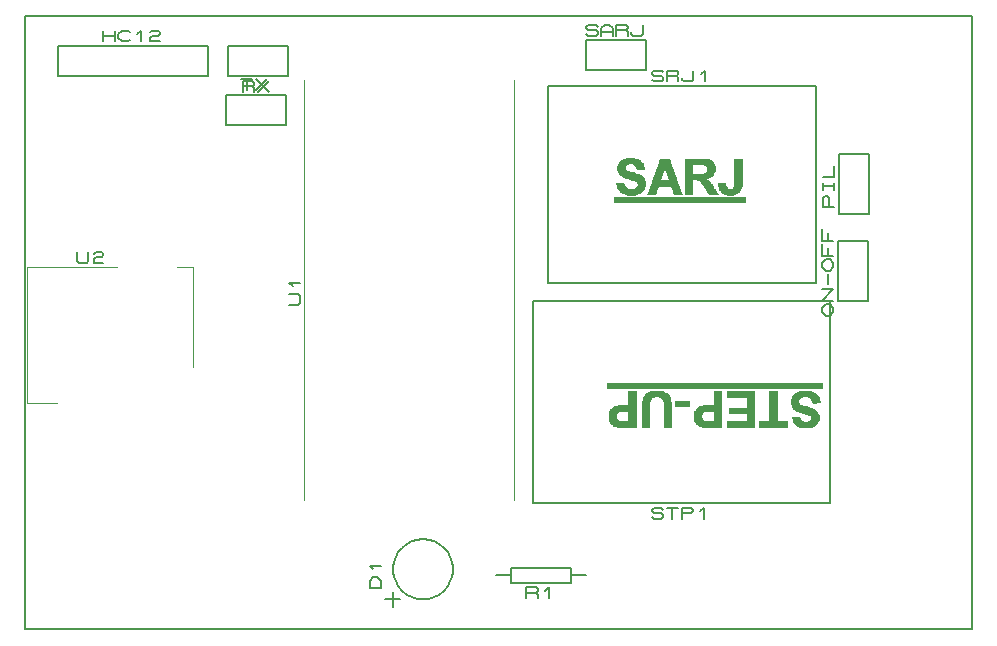
<source format=gbr>
G04 PROTEUS GERBER X2 FILE*
%TF.GenerationSoftware,Labcenter,Proteus,8.9-SP0-Build27865*%
%TF.CreationDate,2021-05-25T10:57:55+00:00*%
%TF.FileFunction,Legend,Top*%
%TF.FilePolarity,Positive*%
%TF.Part,Single*%
%TF.SameCoordinates,{e29b0117-a318-4933-b090-4e5cc44ef503}*%
%FSLAX45Y45*%
%MOMM*%
G01*
%TA.AperFunction,Profile*%
%ADD17C,0.203200*%
%TA.AperFunction,Material*%
%ADD70C,0.100000*%
%ADD71C,0.203200*%
%ADD20C,0.063500*%
%TD.AperFunction*%
D17*
X-4200000Y+4070000D02*
X+3820000Y+4070000D01*
X+3820000Y+9260000D01*
X-4200000Y+9260000D01*
X-4200000Y+4070000D01*
D70*
X-1837000Y+8720000D02*
X-1837000Y+5164000D01*
X-59000Y+5164000D02*
X-59000Y+8720000D01*
D71*
X-1963920Y+6815000D02*
X-1887720Y+6815000D01*
X-1872480Y+6830875D01*
X-1872480Y+6894375D01*
X-1887720Y+6910250D01*
X-1963920Y+6910250D01*
X-1933440Y+6973750D02*
X-1963920Y+7005500D01*
X-1872480Y+7005500D01*
D70*
X-3418000Y+7140000D02*
X-4180000Y+7140000D01*
X-4180000Y+5990000D01*
X-3926000Y+5990000D01*
X-2780000Y+6290000D02*
X-2780000Y+7140000D01*
X-2910000Y+7140000D01*
D71*
X-3758000Y+7266920D02*
X-3758000Y+7190720D01*
X-3742125Y+7175480D01*
X-3678625Y+7175480D01*
X-3662750Y+7190720D01*
X-3662750Y+7266920D01*
X-3615125Y+7251680D02*
X-3599250Y+7266920D01*
X-3551625Y+7266920D01*
X-3535750Y+7251680D01*
X-3535750Y+7236440D01*
X-3551625Y+7221200D01*
X-3599250Y+7221200D01*
X-3615125Y+7205960D01*
X-3615125Y+7175480D01*
X-3535750Y+7175480D01*
X-3917000Y+8753000D02*
X-2647000Y+8753000D01*
X-2647000Y+9007000D01*
X-3917000Y+9007000D01*
X-3917000Y+8753000D01*
X-3536000Y+9047640D02*
X-3536000Y+9139080D01*
X-3440750Y+9139080D02*
X-3440750Y+9047640D01*
X-3536000Y+9093360D02*
X-3440750Y+9093360D01*
X-3313750Y+9062880D02*
X-3329625Y+9047640D01*
X-3377250Y+9047640D01*
X-3409000Y+9078120D01*
X-3409000Y+9108600D01*
X-3377250Y+9139080D01*
X-3329625Y+9139080D01*
X-3313750Y+9123840D01*
X-3250250Y+9108600D02*
X-3218500Y+9139080D01*
X-3218500Y+9047640D01*
X-3139125Y+9123840D02*
X-3123250Y+9139080D01*
X-3075625Y+9139080D01*
X-3059750Y+9123840D01*
X-3059750Y+9108600D01*
X-3075625Y+9093360D01*
X-3123250Y+9093360D01*
X-3139125Y+9078120D01*
X-3139125Y+9047640D01*
X-3059750Y+9047640D01*
X-2481000Y+8753000D02*
X-1973000Y+8753000D01*
X-1973000Y+9007000D01*
X-2481000Y+9007000D01*
X-2481000Y+8753000D01*
X-2354000Y+8620920D02*
X-2354000Y+8712360D01*
X-2274625Y+8712360D01*
X-2258750Y+8697120D01*
X-2258750Y+8681880D01*
X-2274625Y+8666640D01*
X-2354000Y+8666640D01*
X-2274625Y+8666640D02*
X-2258750Y+8651400D01*
X-2258750Y+8620920D01*
X-2227000Y+8712360D02*
X-2131750Y+8620920D01*
X-2227000Y+8620920D02*
X-2131750Y+8712360D01*
X-2497000Y+8343000D02*
X-1989000Y+8343000D01*
X-1989000Y+8597000D01*
X-2497000Y+8597000D01*
X-2497000Y+8343000D01*
X-2370000Y+8729080D02*
X-2274750Y+8729080D01*
X-2322375Y+8729080D02*
X-2322375Y+8637640D01*
X-2243000Y+8729080D02*
X-2147750Y+8637640D01*
X-2243000Y+8637640D02*
X-2147750Y+8729080D01*
X+230000Y+7000000D02*
X+2500000Y+7000000D01*
X+2500000Y+8670000D01*
X+230000Y+8670000D01*
X+230000Y+7000000D01*
D20*
X+790000Y+7690420D02*
X+1897440Y+7690420D01*
X+790000Y+7695500D02*
X+1897440Y+7695500D01*
X+790000Y+7700580D02*
X+1897440Y+7700580D01*
X+790000Y+7705660D02*
X+1897440Y+7705660D01*
X+790000Y+7710740D02*
X+1897440Y+7710740D01*
X+790000Y+7715820D02*
X+1897440Y+7715820D01*
X+790000Y+7720900D02*
X+1897440Y+7720900D01*
X+790000Y+7725980D02*
X+1897440Y+7725980D01*
X+790000Y+7731060D02*
X+1897440Y+7731060D01*
X+896680Y+7751380D02*
X+962720Y+7751380D01*
X+1739960Y+7751380D02*
X+1790760Y+7751380D01*
X+876360Y+7756460D02*
X+983040Y+7756460D01*
X+1069400Y+7756460D02*
X+1135440Y+7756460D01*
X+1292920Y+7756460D02*
X+1358960Y+7756460D01*
X+1389440Y+7756460D02*
X+1450400Y+7756460D01*
X+1592640Y+7756460D02*
X+1663760Y+7756460D01*
X+1719640Y+7756460D02*
X+1811080Y+7756460D01*
X+861120Y+7761540D02*
X+998280Y+7761540D01*
X+1074480Y+7761540D02*
X+1135440Y+7761540D01*
X+1292920Y+7761540D02*
X+1353880Y+7761540D01*
X+1389440Y+7761540D02*
X+1450400Y+7761540D01*
X+1587560Y+7761540D02*
X+1658680Y+7761540D01*
X+1709480Y+7761540D02*
X+1821240Y+7761540D01*
X+850960Y+7766620D02*
X+1008440Y+7766620D01*
X+1074480Y+7766620D02*
X+1140520Y+7766620D01*
X+1287840Y+7766620D02*
X+1353880Y+7766620D01*
X+1389440Y+7766620D02*
X+1450400Y+7766620D01*
X+1582480Y+7766620D02*
X+1653600Y+7766620D01*
X+1704400Y+7766620D02*
X+1831400Y+7766620D01*
X+845880Y+7771700D02*
X+1013520Y+7771700D01*
X+1074480Y+7771700D02*
X+1140520Y+7771700D01*
X+1287840Y+7771700D02*
X+1353880Y+7771700D01*
X+1389440Y+7771700D02*
X+1450400Y+7771700D01*
X+1582480Y+7771700D02*
X+1653600Y+7771700D01*
X+1694240Y+7771700D02*
X+1836480Y+7771700D01*
X+840800Y+7776780D02*
X+1018600Y+7776780D01*
X+1079560Y+7776780D02*
X+1140520Y+7776780D01*
X+1287840Y+7776780D02*
X+1348800Y+7776780D01*
X+1389440Y+7776780D02*
X+1450400Y+7776780D01*
X+1577400Y+7776780D02*
X+1648520Y+7776780D01*
X+1694240Y+7776780D02*
X+1841560Y+7776780D01*
X+835720Y+7781860D02*
X+1023680Y+7781860D01*
X+1079560Y+7781860D02*
X+1145600Y+7781860D01*
X+1282760Y+7781860D02*
X+1348800Y+7781860D01*
X+1389440Y+7781860D02*
X+1450400Y+7781860D01*
X+1572320Y+7781860D02*
X+1648520Y+7781860D01*
X+1689160Y+7781860D02*
X+1846640Y+7781860D01*
X+830640Y+7786940D02*
X+1028760Y+7786940D01*
X+1079560Y+7786940D02*
X+1145600Y+7786940D01*
X+1282760Y+7786940D02*
X+1348800Y+7786940D01*
X+1389440Y+7786940D02*
X+1450400Y+7786940D01*
X+1572320Y+7786940D02*
X+1643440Y+7786940D01*
X+1684080Y+7786940D02*
X+1851720Y+7786940D01*
X+825560Y+7792020D02*
X+1033840Y+7792020D01*
X+1084640Y+7792020D02*
X+1145600Y+7792020D01*
X+1282760Y+7792020D02*
X+1343720Y+7792020D01*
X+1389440Y+7792020D02*
X+1450400Y+7792020D01*
X+1567240Y+7792020D02*
X+1638360Y+7792020D01*
X+1679000Y+7792020D02*
X+1851720Y+7792020D01*
X+820480Y+7797100D02*
X+1038920Y+7797100D01*
X+1084640Y+7797100D02*
X+1150680Y+7797100D01*
X+1277680Y+7797100D02*
X+1343720Y+7797100D01*
X+1389440Y+7797100D02*
X+1450400Y+7797100D01*
X+1567240Y+7797100D02*
X+1638360Y+7797100D01*
X+1679000Y+7797100D02*
X+1856800Y+7797100D01*
X+820480Y+7802180D02*
X+906840Y+7802180D01*
X+952560Y+7802180D02*
X+1038920Y+7802180D01*
X+1084640Y+7802180D02*
X+1150680Y+7802180D01*
X+1277680Y+7802180D02*
X+1343720Y+7802180D01*
X+1389440Y+7802180D02*
X+1450400Y+7802180D01*
X+1562160Y+7802180D02*
X+1633280Y+7802180D01*
X+1679000Y+7802180D02*
X+1755200Y+7802180D01*
X+1785680Y+7802180D02*
X+1856800Y+7802180D01*
X+815400Y+7807260D02*
X+896680Y+7807260D01*
X+967800Y+7807260D02*
X+1044000Y+7807260D01*
X+1089720Y+7807260D02*
X+1150680Y+7807260D01*
X+1277680Y+7807260D02*
X+1338640Y+7807260D01*
X+1389440Y+7807260D02*
X+1450400Y+7807260D01*
X+1557080Y+7807260D02*
X+1628200Y+7807260D01*
X+1673920Y+7807260D02*
X+1745040Y+7807260D01*
X+1795840Y+7807260D02*
X+1861880Y+7807260D01*
X+815400Y+7812340D02*
X+886520Y+7812340D01*
X+972880Y+7812340D02*
X+1044000Y+7812340D01*
X+1089720Y+7812340D02*
X+1155760Y+7812340D01*
X+1272600Y+7812340D02*
X+1338640Y+7812340D01*
X+1389440Y+7812340D02*
X+1450400Y+7812340D01*
X+1557080Y+7812340D02*
X+1628200Y+7812340D01*
X+1673920Y+7812340D02*
X+1739960Y+7812340D01*
X+1795840Y+7812340D02*
X+1861880Y+7812340D01*
X+810320Y+7817420D02*
X+881440Y+7817420D01*
X+977960Y+7817420D02*
X+1044000Y+7817420D01*
X+1089720Y+7817420D02*
X+1155760Y+7817420D01*
X+1272600Y+7817420D02*
X+1333560Y+7817420D01*
X+1389440Y+7817420D02*
X+1450400Y+7817420D01*
X+1552000Y+7817420D02*
X+1623120Y+7817420D01*
X+1673920Y+7817420D02*
X+1734880Y+7817420D01*
X+1800920Y+7817420D02*
X+1861880Y+7817420D01*
X+810320Y+7822500D02*
X+876360Y+7822500D01*
X+983040Y+7822500D02*
X+1049080Y+7822500D01*
X+1094800Y+7822500D02*
X+1155760Y+7822500D01*
X+1272600Y+7822500D02*
X+1333560Y+7822500D01*
X+1389440Y+7822500D02*
X+1450400Y+7822500D01*
X+1546920Y+7822500D02*
X+1623120Y+7822500D01*
X+1668840Y+7822500D02*
X+1734880Y+7822500D01*
X+1800920Y+7822500D02*
X+1861880Y+7822500D01*
X+810320Y+7827580D02*
X+876360Y+7827580D01*
X+988120Y+7827580D02*
X+1049080Y+7827580D01*
X+1094800Y+7827580D02*
X+1333560Y+7827580D01*
X+1389440Y+7827580D02*
X+1450400Y+7827580D01*
X+1546920Y+7827580D02*
X+1618040Y+7827580D01*
X+1668840Y+7827580D02*
X+1734880Y+7827580D01*
X+1806000Y+7827580D02*
X+1866960Y+7827580D01*
X+810320Y+7832660D02*
X+871280Y+7832660D01*
X+988120Y+7832660D02*
X+1049080Y+7832660D01*
X+1099880Y+7832660D02*
X+1328480Y+7832660D01*
X+1389440Y+7832660D02*
X+1450400Y+7832660D01*
X+1541840Y+7832660D02*
X+1612960Y+7832660D01*
X+1668840Y+7832660D02*
X+1729800Y+7832660D01*
X+1806000Y+7832660D02*
X+1866960Y+7832660D01*
X+805240Y+7837740D02*
X+871280Y+7837740D01*
X+988120Y+7837740D02*
X+1049080Y+7837740D01*
X+1099880Y+7837740D02*
X+1328480Y+7837740D01*
X+1389440Y+7837740D02*
X+1450400Y+7837740D01*
X+1536760Y+7837740D02*
X+1612960Y+7837740D01*
X+1668840Y+7837740D02*
X+1729800Y+7837740D01*
X+1806000Y+7837740D02*
X+1866960Y+7837740D01*
X+805240Y+7842820D02*
X+871280Y+7842820D01*
X+988120Y+7842820D02*
X+1049080Y+7842820D01*
X+1099880Y+7842820D02*
X+1328480Y+7842820D01*
X+1389440Y+7842820D02*
X+1450400Y+7842820D01*
X+1531680Y+7842820D02*
X+1607880Y+7842820D01*
X+1668840Y+7842820D02*
X+1729800Y+7842820D01*
X+1806000Y+7842820D02*
X+1866960Y+7842820D01*
X+805240Y+7847900D02*
X+866200Y+7847900D01*
X+988120Y+7847900D02*
X+1049080Y+7847900D01*
X+1104960Y+7847900D02*
X+1323400Y+7847900D01*
X+1389440Y+7847900D02*
X+1450400Y+7847900D01*
X+1531680Y+7847900D02*
X+1602800Y+7847900D01*
X+1668840Y+7847900D02*
X+1729800Y+7847900D01*
X+1806000Y+7847900D02*
X+1866960Y+7847900D01*
X+835720Y+7852980D02*
X+866200Y+7852980D01*
X+983040Y+7852980D02*
X+1049080Y+7852980D01*
X+1104960Y+7852980D02*
X+1323400Y+7852980D01*
X+1389440Y+7852980D02*
X+1450400Y+7852980D01*
X+1526600Y+7852980D02*
X+1602800Y+7852980D01*
X+1699320Y+7852980D02*
X+1729800Y+7852980D01*
X+1806000Y+7852980D02*
X+1866960Y+7852980D01*
X+983040Y+7858060D02*
X+1049080Y+7858060D01*
X+1104960Y+7858060D02*
X+1323400Y+7858060D01*
X+1389440Y+7858060D02*
X+1450400Y+7858060D01*
X+1521520Y+7858060D02*
X+1597720Y+7858060D01*
X+1806000Y+7858060D02*
X+1866960Y+7858060D01*
X+977960Y+7863140D02*
X+1049080Y+7863140D01*
X+1110040Y+7863140D02*
X+1318320Y+7863140D01*
X+1389440Y+7863140D02*
X+1450400Y+7863140D01*
X+1516440Y+7863140D02*
X+1592640Y+7863140D01*
X+1806000Y+7863140D02*
X+1866960Y+7863140D01*
X+967800Y+7868220D02*
X+1044000Y+7868220D01*
X+1110040Y+7868220D02*
X+1318320Y+7868220D01*
X+1389440Y+7868220D02*
X+1450400Y+7868220D01*
X+1511360Y+7868220D02*
X+1587560Y+7868220D01*
X+1806000Y+7868220D02*
X+1866960Y+7868220D01*
X+952560Y+7873300D02*
X+1044000Y+7873300D01*
X+1110040Y+7873300D02*
X+1313240Y+7873300D01*
X+1389440Y+7873300D02*
X+1450400Y+7873300D01*
X+1506280Y+7873300D02*
X+1582480Y+7873300D01*
X+1806000Y+7873300D02*
X+1866960Y+7873300D01*
X+932240Y+7878380D02*
X+1044000Y+7878380D01*
X+1115120Y+7878380D02*
X+1176080Y+7878380D01*
X+1252280Y+7878380D02*
X+1313240Y+7878380D01*
X+1389440Y+7878380D02*
X+1450400Y+7878380D01*
X+1491040Y+7878380D02*
X+1577400Y+7878380D01*
X+1806000Y+7878380D02*
X+1866960Y+7878380D01*
X+917000Y+7883460D02*
X+1038920Y+7883460D01*
X+1115120Y+7883460D02*
X+1176080Y+7883460D01*
X+1252280Y+7883460D02*
X+1313240Y+7883460D01*
X+1389440Y+7883460D02*
X+1567240Y+7883460D01*
X+1806000Y+7883460D02*
X+1866960Y+7883460D01*
X+896680Y+7888540D02*
X+1038920Y+7888540D01*
X+1120200Y+7888540D02*
X+1181160Y+7888540D01*
X+1247200Y+7888540D02*
X+1308160Y+7888540D01*
X+1389440Y+7888540D02*
X+1562160Y+7888540D01*
X+1806000Y+7888540D02*
X+1866960Y+7888540D01*
X+881440Y+7893620D02*
X+1033840Y+7893620D01*
X+1120200Y+7893620D02*
X+1181160Y+7893620D01*
X+1247200Y+7893620D02*
X+1308160Y+7893620D01*
X+1389440Y+7893620D02*
X+1582480Y+7893620D01*
X+1806000Y+7893620D02*
X+1866960Y+7893620D01*
X+871280Y+7898700D02*
X+1028760Y+7898700D01*
X+1120200Y+7898700D02*
X+1186240Y+7898700D01*
X+1247200Y+7898700D02*
X+1308160Y+7898700D01*
X+1389440Y+7898700D02*
X+1597720Y+7898700D01*
X+1806000Y+7898700D02*
X+1866960Y+7898700D01*
X+861120Y+7903780D02*
X+1028760Y+7903780D01*
X+1125280Y+7903780D02*
X+1186240Y+7903780D01*
X+1242120Y+7903780D02*
X+1303080Y+7903780D01*
X+1389440Y+7903780D02*
X+1602800Y+7903780D01*
X+1806000Y+7903780D02*
X+1866960Y+7903780D01*
X+850960Y+7908860D02*
X+1023680Y+7908860D01*
X+1125280Y+7908860D02*
X+1186240Y+7908860D01*
X+1242120Y+7908860D02*
X+1303080Y+7908860D01*
X+1389440Y+7908860D02*
X+1612960Y+7908860D01*
X+1806000Y+7908860D02*
X+1866960Y+7908860D01*
X+845880Y+7913940D02*
X+1013520Y+7913940D01*
X+1125280Y+7913940D02*
X+1191320Y+7913940D01*
X+1242120Y+7913940D02*
X+1303080Y+7913940D01*
X+1389440Y+7913940D02*
X+1618040Y+7913940D01*
X+1806000Y+7913940D02*
X+1866960Y+7913940D01*
X+840800Y+7919020D02*
X+1008440Y+7919020D01*
X+1130360Y+7919020D02*
X+1191320Y+7919020D01*
X+1237040Y+7919020D02*
X+1298000Y+7919020D01*
X+1389440Y+7919020D02*
X+1623120Y+7919020D01*
X+1806000Y+7919020D02*
X+1866960Y+7919020D01*
X+835720Y+7924100D02*
X+998280Y+7924100D01*
X+1130360Y+7924100D02*
X+1191320Y+7924100D01*
X+1237040Y+7924100D02*
X+1298000Y+7924100D01*
X+1389440Y+7924100D02*
X+1623120Y+7924100D01*
X+1806000Y+7924100D02*
X+1866960Y+7924100D01*
X+830640Y+7929180D02*
X+983040Y+7929180D01*
X+1130360Y+7929180D02*
X+1196400Y+7929180D01*
X+1231960Y+7929180D02*
X+1298000Y+7929180D01*
X+1389440Y+7929180D02*
X+1628200Y+7929180D01*
X+1806000Y+7929180D02*
X+1866960Y+7929180D01*
X+825560Y+7934260D02*
X+967800Y+7934260D01*
X+1135440Y+7934260D02*
X+1196400Y+7934260D01*
X+1231960Y+7934260D02*
X+1292920Y+7934260D01*
X+1389440Y+7934260D02*
X+1450400Y+7934260D01*
X+1546920Y+7934260D02*
X+1628200Y+7934260D01*
X+1806000Y+7934260D02*
X+1866960Y+7934260D01*
X+825560Y+7939340D02*
X+952560Y+7939340D01*
X+1135440Y+7939340D02*
X+1196400Y+7939340D01*
X+1231960Y+7939340D02*
X+1292920Y+7939340D01*
X+1389440Y+7939340D02*
X+1450400Y+7939340D01*
X+1562160Y+7939340D02*
X+1633280Y+7939340D01*
X+1806000Y+7939340D02*
X+1866960Y+7939340D01*
X+820480Y+7944420D02*
X+932240Y+7944420D01*
X+1135440Y+7944420D02*
X+1201480Y+7944420D01*
X+1226880Y+7944420D02*
X+1287840Y+7944420D01*
X+1389440Y+7944420D02*
X+1450400Y+7944420D01*
X+1567240Y+7944420D02*
X+1633280Y+7944420D01*
X+1806000Y+7944420D02*
X+1866960Y+7944420D01*
X+820480Y+7949500D02*
X+911920Y+7949500D01*
X+1140520Y+7949500D02*
X+1201480Y+7949500D01*
X+1226880Y+7949500D02*
X+1287840Y+7949500D01*
X+1389440Y+7949500D02*
X+1450400Y+7949500D01*
X+1572320Y+7949500D02*
X+1633280Y+7949500D01*
X+1806000Y+7949500D02*
X+1866960Y+7949500D01*
X+820480Y+7954580D02*
X+901760Y+7954580D01*
X+1140520Y+7954580D02*
X+1201480Y+7954580D01*
X+1226880Y+7954580D02*
X+1287840Y+7954580D01*
X+1389440Y+7954580D02*
X+1450400Y+7954580D01*
X+1572320Y+7954580D02*
X+1638360Y+7954580D01*
X+1806000Y+7954580D02*
X+1866960Y+7954580D01*
X+815400Y+7959660D02*
X+891600Y+7959660D01*
X+1145600Y+7959660D02*
X+1206560Y+7959660D01*
X+1221800Y+7959660D02*
X+1282760Y+7959660D01*
X+1389440Y+7959660D02*
X+1450400Y+7959660D01*
X+1577400Y+7959660D02*
X+1638360Y+7959660D01*
X+1806000Y+7959660D02*
X+1866960Y+7959660D01*
X+815400Y+7964740D02*
X+881440Y+7964740D01*
X+1145600Y+7964740D02*
X+1206560Y+7964740D01*
X+1221800Y+7964740D02*
X+1282760Y+7964740D01*
X+1389440Y+7964740D02*
X+1450400Y+7964740D01*
X+1577400Y+7964740D02*
X+1638360Y+7964740D01*
X+1806000Y+7964740D02*
X+1866960Y+7964740D01*
X+815400Y+7969820D02*
X+881440Y+7969820D01*
X+977960Y+7969820D02*
X+1038920Y+7969820D01*
X+1145600Y+7969820D02*
X+1206560Y+7969820D01*
X+1221800Y+7969820D02*
X+1282760Y+7969820D01*
X+1389440Y+7969820D02*
X+1450400Y+7969820D01*
X+1577400Y+7969820D02*
X+1638360Y+7969820D01*
X+1806000Y+7969820D02*
X+1866960Y+7969820D01*
X+815400Y+7974900D02*
X+876360Y+7974900D01*
X+977960Y+7974900D02*
X+1038920Y+7974900D01*
X+1150680Y+7974900D02*
X+1211640Y+7974900D01*
X+1216720Y+7974900D02*
X+1277680Y+7974900D01*
X+1389440Y+7974900D02*
X+1450400Y+7974900D01*
X+1577400Y+7974900D02*
X+1638360Y+7974900D01*
X+1806000Y+7974900D02*
X+1866960Y+7974900D01*
X+815400Y+7979980D02*
X+876360Y+7979980D01*
X+972880Y+7979980D02*
X+1038920Y+7979980D01*
X+1150680Y+7979980D02*
X+1211640Y+7979980D01*
X+1216720Y+7979980D02*
X+1277680Y+7979980D01*
X+1389440Y+7979980D02*
X+1450400Y+7979980D01*
X+1577400Y+7979980D02*
X+1638360Y+7979980D01*
X+1806000Y+7979980D02*
X+1866960Y+7979980D01*
X+815400Y+7985060D02*
X+876360Y+7985060D01*
X+972880Y+7985060D02*
X+1038920Y+7985060D01*
X+1150680Y+7985060D02*
X+1211640Y+7985060D01*
X+1216720Y+7985060D02*
X+1277680Y+7985060D01*
X+1389440Y+7985060D02*
X+1450400Y+7985060D01*
X+1577400Y+7985060D02*
X+1638360Y+7985060D01*
X+1806000Y+7985060D02*
X+1866960Y+7985060D01*
X+815400Y+7990140D02*
X+876360Y+7990140D01*
X+972880Y+7990140D02*
X+1033840Y+7990140D01*
X+1155760Y+7990140D02*
X+1272600Y+7990140D01*
X+1389440Y+7990140D02*
X+1450400Y+7990140D01*
X+1572320Y+7990140D02*
X+1638360Y+7990140D01*
X+1806000Y+7990140D02*
X+1866960Y+7990140D01*
X+815400Y+7995220D02*
X+881440Y+7995220D01*
X+967800Y+7995220D02*
X+1033840Y+7995220D01*
X+1155760Y+7995220D02*
X+1272600Y+7995220D01*
X+1389440Y+7995220D02*
X+1450400Y+7995220D01*
X+1567240Y+7995220D02*
X+1638360Y+7995220D01*
X+1806000Y+7995220D02*
X+1866960Y+7995220D01*
X+820480Y+8000300D02*
X+886520Y+8000300D01*
X+962720Y+8000300D02*
X+1033840Y+8000300D01*
X+1155760Y+8000300D02*
X+1267520Y+8000300D01*
X+1389440Y+8000300D02*
X+1450400Y+8000300D01*
X+1562160Y+8000300D02*
X+1633280Y+8000300D01*
X+1806000Y+8000300D02*
X+1866960Y+8000300D01*
X+820480Y+8005380D02*
X+891600Y+8005380D01*
X+957640Y+8005380D02*
X+1033840Y+8005380D01*
X+1160840Y+8005380D02*
X+1267520Y+8005380D01*
X+1389440Y+8005380D02*
X+1450400Y+8005380D01*
X+1552000Y+8005380D02*
X+1633280Y+8005380D01*
X+1806000Y+8005380D02*
X+1866960Y+8005380D01*
X+820480Y+8010460D02*
X+901760Y+8010460D01*
X+947480Y+8010460D02*
X+1028760Y+8010460D01*
X+1160840Y+8010460D02*
X+1267520Y+8010460D01*
X+1389440Y+8010460D02*
X+1633280Y+8010460D01*
X+1806000Y+8010460D02*
X+1866960Y+8010460D01*
X+825560Y+8015540D02*
X+1028760Y+8015540D01*
X+1165920Y+8015540D02*
X+1262440Y+8015540D01*
X+1389440Y+8015540D02*
X+1628200Y+8015540D01*
X+1806000Y+8015540D02*
X+1866960Y+8015540D01*
X+825560Y+8020620D02*
X+1023680Y+8020620D01*
X+1165920Y+8020620D02*
X+1262440Y+8020620D01*
X+1389440Y+8020620D02*
X+1623120Y+8020620D01*
X+1806000Y+8020620D02*
X+1866960Y+8020620D01*
X+830640Y+8025700D02*
X+1018600Y+8025700D01*
X+1165920Y+8025700D02*
X+1262440Y+8025700D01*
X+1389440Y+8025700D02*
X+1623120Y+8025700D01*
X+1806000Y+8025700D02*
X+1866960Y+8025700D01*
X+835720Y+8030780D02*
X+1013520Y+8030780D01*
X+1171000Y+8030780D02*
X+1257360Y+8030780D01*
X+1389440Y+8030780D02*
X+1618040Y+8030780D01*
X+1806000Y+8030780D02*
X+1866960Y+8030780D01*
X+840800Y+8035860D02*
X+1008440Y+8035860D01*
X+1171000Y+8035860D02*
X+1257360Y+8035860D01*
X+1389440Y+8035860D02*
X+1612960Y+8035860D01*
X+1806000Y+8035860D02*
X+1866960Y+8035860D01*
X+845880Y+8040940D02*
X+1003360Y+8040940D01*
X+1171000Y+8040940D02*
X+1257360Y+8040940D01*
X+1389440Y+8040940D02*
X+1607880Y+8040940D01*
X+1806000Y+8040940D02*
X+1866960Y+8040940D01*
X+850960Y+8046020D02*
X+998280Y+8046020D01*
X+1176080Y+8046020D02*
X+1252280Y+8046020D01*
X+1389440Y+8046020D02*
X+1597720Y+8046020D01*
X+1806000Y+8046020D02*
X+1866960Y+8046020D01*
X+861120Y+8051100D02*
X+988120Y+8051100D01*
X+1176080Y+8051100D02*
X+1252280Y+8051100D01*
X+1389440Y+8051100D02*
X+1587560Y+8051100D01*
X+1806000Y+8051100D02*
X+1866960Y+8051100D01*
X+871280Y+8056180D02*
X+977960Y+8056180D01*
X+1176080Y+8056180D02*
X+1247200Y+8056180D01*
X+1389440Y+8056180D02*
X+1562160Y+8056180D01*
X+1806000Y+8056180D02*
X+1866960Y+8056180D01*
X+891600Y+8061260D02*
X+957640Y+8061260D01*
D71*
X+1111000Y+8725880D02*
X+1126875Y+8710640D01*
X+1190375Y+8710640D01*
X+1206250Y+8725880D01*
X+1206250Y+8741120D01*
X+1190375Y+8756360D01*
X+1126875Y+8756360D01*
X+1111000Y+8771600D01*
X+1111000Y+8786840D01*
X+1126875Y+8802080D01*
X+1190375Y+8802080D01*
X+1206250Y+8786840D01*
X+1238000Y+8710640D02*
X+1238000Y+8802080D01*
X+1317375Y+8802080D01*
X+1333250Y+8786840D01*
X+1333250Y+8771600D01*
X+1317375Y+8756360D01*
X+1238000Y+8756360D01*
X+1317375Y+8756360D02*
X+1333250Y+8741120D01*
X+1333250Y+8710640D01*
X+1365000Y+8741120D02*
X+1365000Y+8725880D01*
X+1380875Y+8710640D01*
X+1444375Y+8710640D01*
X+1460250Y+8725880D01*
X+1460250Y+8802080D01*
X+1523750Y+8771600D02*
X+1555500Y+8802080D01*
X+1555500Y+8710640D01*
X+100000Y+5140000D02*
X+2620000Y+5140000D01*
X+2620000Y+6850000D01*
X+100000Y+6850000D01*
X+100000Y+5140000D01*
D20*
X+2378072Y+5781120D02*
X+2444112Y+5781120D01*
X+813432Y+5786200D02*
X+970912Y+5786200D01*
X+1026792Y+5786200D02*
X+1087752Y+5786200D01*
X+1209672Y+5786200D02*
X+1270632Y+5786200D01*
X+1534792Y+5786200D02*
X+1692272Y+5786200D01*
X+1748152Y+5786200D02*
X+1971672Y+5786200D01*
X+2012312Y+5786200D02*
X+2256152Y+5786200D01*
X+2357752Y+5786200D02*
X+2464432Y+5786200D01*
X+793112Y+5791280D02*
X+970912Y+5791280D01*
X+1026792Y+5791280D02*
X+1087752Y+5791280D01*
X+1209672Y+5791280D02*
X+1270632Y+5791280D01*
X+1514472Y+5791280D02*
X+1692272Y+5791280D01*
X+1748152Y+5791280D02*
X+1971672Y+5791280D01*
X+2012312Y+5791280D02*
X+2256152Y+5791280D01*
X+2347592Y+5791280D02*
X+2474592Y+5791280D01*
X+782952Y+5796360D02*
X+970912Y+5796360D01*
X+1026792Y+5796360D02*
X+1087752Y+5796360D01*
X+1209672Y+5796360D02*
X+1270632Y+5796360D01*
X+1504312Y+5796360D02*
X+1692272Y+5796360D01*
X+1748152Y+5796360D02*
X+1971672Y+5796360D01*
X+2012312Y+5796360D02*
X+2256152Y+5796360D01*
X+2337432Y+5796360D02*
X+2484752Y+5796360D01*
X+777872Y+5801440D02*
X+970912Y+5801440D01*
X+1026792Y+5801440D02*
X+1087752Y+5801440D01*
X+1209672Y+5801440D02*
X+1270632Y+5801440D01*
X+1499232Y+5801440D02*
X+1692272Y+5801440D01*
X+1748152Y+5801440D02*
X+1971672Y+5801440D01*
X+2012312Y+5801440D02*
X+2256152Y+5801440D01*
X+2332352Y+5801440D02*
X+2489832Y+5801440D01*
X+767712Y+5806520D02*
X+970912Y+5806520D01*
X+1026792Y+5806520D02*
X+1087752Y+5806520D01*
X+1209672Y+5806520D02*
X+1270632Y+5806520D01*
X+1489072Y+5806520D02*
X+1692272Y+5806520D01*
X+1748152Y+5806520D02*
X+1971672Y+5806520D01*
X+2012312Y+5806520D02*
X+2256152Y+5806520D01*
X+2327272Y+5806520D02*
X+2494912Y+5806520D01*
X+762632Y+5811600D02*
X+970912Y+5811600D01*
X+1026792Y+5811600D02*
X+1087752Y+5811600D01*
X+1209672Y+5811600D02*
X+1270632Y+5811600D01*
X+1483992Y+5811600D02*
X+1692272Y+5811600D01*
X+1748152Y+5811600D02*
X+1971672Y+5811600D01*
X+2012312Y+5811600D02*
X+2256152Y+5811600D01*
X+2322192Y+5811600D02*
X+2499992Y+5811600D01*
X+762632Y+5816680D02*
X+970912Y+5816680D01*
X+1026792Y+5816680D02*
X+1087752Y+5816680D01*
X+1209672Y+5816680D02*
X+1270632Y+5816680D01*
X+1483992Y+5816680D02*
X+1692272Y+5816680D01*
X+1748152Y+5816680D02*
X+1971672Y+5816680D01*
X+2012312Y+5816680D02*
X+2256152Y+5816680D01*
X+2317112Y+5816680D02*
X+2505072Y+5816680D01*
X+757552Y+5821760D02*
X+970912Y+5821760D01*
X+1026792Y+5821760D02*
X+1087752Y+5821760D01*
X+1209672Y+5821760D02*
X+1270632Y+5821760D01*
X+1478912Y+5821760D02*
X+1692272Y+5821760D01*
X+1748152Y+5821760D02*
X+1971672Y+5821760D01*
X+2012312Y+5821760D02*
X+2256152Y+5821760D01*
X+2312032Y+5821760D02*
X+2510152Y+5821760D01*
X+752472Y+5826840D02*
X+970912Y+5826840D01*
X+1026792Y+5826840D02*
X+1087752Y+5826840D01*
X+1209672Y+5826840D02*
X+1270632Y+5826840D01*
X+1473832Y+5826840D02*
X+1692272Y+5826840D01*
X+1748152Y+5826840D02*
X+1971672Y+5826840D01*
X+2012312Y+5826840D02*
X+2256152Y+5826840D01*
X+2306952Y+5826840D02*
X+2510152Y+5826840D01*
X+752472Y+5831920D02*
X+970912Y+5831920D01*
X+1026792Y+5831920D02*
X+1087752Y+5831920D01*
X+1209672Y+5831920D02*
X+1270632Y+5831920D01*
X+1473832Y+5831920D02*
X+1692272Y+5831920D01*
X+1748152Y+5831920D02*
X+1971672Y+5831920D01*
X+2012312Y+5831920D02*
X+2256152Y+5831920D01*
X+2306952Y+5831920D02*
X+2388232Y+5831920D01*
X+2433952Y+5831920D02*
X+2515232Y+5831920D01*
X+747392Y+5837000D02*
X+833752Y+5837000D01*
X+909952Y+5837000D02*
X+970912Y+5837000D01*
X+1026792Y+5837000D02*
X+1087752Y+5837000D01*
X+1209672Y+5837000D02*
X+1270632Y+5837000D01*
X+1468752Y+5837000D02*
X+1555112Y+5837000D01*
X+1631312Y+5837000D02*
X+1692272Y+5837000D01*
X+1910712Y+5837000D02*
X+1971672Y+5837000D01*
X+2103752Y+5837000D02*
X+2164712Y+5837000D01*
X+2301872Y+5837000D02*
X+2378072Y+5837000D01*
X+2444112Y+5837000D02*
X+2515232Y+5837000D01*
X+747392Y+5842080D02*
X+823592Y+5842080D01*
X+909952Y+5842080D02*
X+970912Y+5842080D01*
X+1026792Y+5842080D02*
X+1087752Y+5842080D01*
X+1209672Y+5842080D02*
X+1270632Y+5842080D01*
X+1468752Y+5842080D02*
X+1544952Y+5842080D01*
X+1631312Y+5842080D02*
X+1692272Y+5842080D01*
X+1910712Y+5842080D02*
X+1971672Y+5842080D01*
X+2103752Y+5842080D02*
X+2164712Y+5842080D01*
X+2301872Y+5842080D02*
X+2372992Y+5842080D01*
X+2449192Y+5842080D02*
X+2515232Y+5842080D01*
X+747392Y+5847160D02*
X+813432Y+5847160D01*
X+909952Y+5847160D02*
X+970912Y+5847160D01*
X+1026792Y+5847160D02*
X+1087752Y+5847160D01*
X+1209672Y+5847160D02*
X+1270632Y+5847160D01*
X+1468752Y+5847160D02*
X+1534792Y+5847160D01*
X+1631312Y+5847160D02*
X+1692272Y+5847160D01*
X+1910712Y+5847160D02*
X+1971672Y+5847160D01*
X+2103752Y+5847160D02*
X+2164712Y+5847160D01*
X+2301872Y+5847160D02*
X+2367912Y+5847160D01*
X+2454272Y+5847160D02*
X+2520312Y+5847160D01*
X+742312Y+5852240D02*
X+813432Y+5852240D01*
X+909952Y+5852240D02*
X+970912Y+5852240D01*
X+1026792Y+5852240D02*
X+1087752Y+5852240D01*
X+1209672Y+5852240D02*
X+1270632Y+5852240D01*
X+1463672Y+5852240D02*
X+1534792Y+5852240D01*
X+1631312Y+5852240D02*
X+1692272Y+5852240D01*
X+1910712Y+5852240D02*
X+1971672Y+5852240D01*
X+2103752Y+5852240D02*
X+2164712Y+5852240D01*
X+2301872Y+5852240D02*
X+2362832Y+5852240D01*
X+2459352Y+5852240D02*
X+2520312Y+5852240D01*
X+742312Y+5857320D02*
X+808352Y+5857320D01*
X+909952Y+5857320D02*
X+970912Y+5857320D01*
X+1026792Y+5857320D02*
X+1087752Y+5857320D01*
X+1209672Y+5857320D02*
X+1270632Y+5857320D01*
X+1463672Y+5857320D02*
X+1529712Y+5857320D01*
X+1631312Y+5857320D02*
X+1692272Y+5857320D01*
X+1910712Y+5857320D02*
X+1971672Y+5857320D01*
X+2103752Y+5857320D02*
X+2164712Y+5857320D01*
X+2296792Y+5857320D02*
X+2362832Y+5857320D01*
X+2459352Y+5857320D02*
X+2520312Y+5857320D01*
X+742312Y+5862400D02*
X+803272Y+5862400D01*
X+909952Y+5862400D02*
X+970912Y+5862400D01*
X+1026792Y+5862400D02*
X+1087752Y+5862400D01*
X+1209672Y+5862400D02*
X+1270632Y+5862400D01*
X+1463672Y+5862400D02*
X+1524632Y+5862400D01*
X+1631312Y+5862400D02*
X+1692272Y+5862400D01*
X+1910712Y+5862400D02*
X+1971672Y+5862400D01*
X+2103752Y+5862400D02*
X+2164712Y+5862400D01*
X+2296792Y+5862400D02*
X+2362832Y+5862400D01*
X+2459352Y+5862400D02*
X+2520312Y+5862400D01*
X+742312Y+5867480D02*
X+803272Y+5867480D01*
X+909952Y+5867480D02*
X+970912Y+5867480D01*
X+1026792Y+5867480D02*
X+1087752Y+5867480D01*
X+1209672Y+5867480D02*
X+1270632Y+5867480D01*
X+1463672Y+5867480D02*
X+1524632Y+5867480D01*
X+1631312Y+5867480D02*
X+1692272Y+5867480D01*
X+1910712Y+5867480D02*
X+1971672Y+5867480D01*
X+2103752Y+5867480D02*
X+2164712Y+5867480D01*
X+2296792Y+5867480D02*
X+2357752Y+5867480D01*
X+2459352Y+5867480D02*
X+2520312Y+5867480D01*
X+742312Y+5872560D02*
X+803272Y+5872560D01*
X+909952Y+5872560D02*
X+970912Y+5872560D01*
X+1026792Y+5872560D02*
X+1087752Y+5872560D01*
X+1209672Y+5872560D02*
X+1270632Y+5872560D01*
X+1463672Y+5872560D02*
X+1524632Y+5872560D01*
X+1631312Y+5872560D02*
X+1692272Y+5872560D01*
X+1910712Y+5872560D02*
X+1971672Y+5872560D01*
X+2103752Y+5872560D02*
X+2164712Y+5872560D01*
X+2296792Y+5872560D02*
X+2357752Y+5872560D01*
X+2454272Y+5872560D02*
X+2520312Y+5872560D01*
X+742312Y+5877640D02*
X+803272Y+5877640D01*
X+909952Y+5877640D02*
X+970912Y+5877640D01*
X+1026792Y+5877640D02*
X+1087752Y+5877640D01*
X+1209672Y+5877640D02*
X+1270632Y+5877640D01*
X+1463672Y+5877640D02*
X+1524632Y+5877640D01*
X+1631312Y+5877640D02*
X+1692272Y+5877640D01*
X+1910712Y+5877640D02*
X+1971672Y+5877640D01*
X+2103752Y+5877640D02*
X+2164712Y+5877640D01*
X+2454272Y+5877640D02*
X+2520312Y+5877640D01*
X+742312Y+5882720D02*
X+803272Y+5882720D01*
X+909952Y+5882720D02*
X+970912Y+5882720D01*
X+1026792Y+5882720D02*
X+1087752Y+5882720D01*
X+1209672Y+5882720D02*
X+1270632Y+5882720D01*
X+1463672Y+5882720D02*
X+1524632Y+5882720D01*
X+1631312Y+5882720D02*
X+1692272Y+5882720D01*
X+1910712Y+5882720D02*
X+1971672Y+5882720D01*
X+2103752Y+5882720D02*
X+2164712Y+5882720D01*
X+2444112Y+5882720D02*
X+2520312Y+5882720D01*
X+742312Y+5887800D02*
X+803272Y+5887800D01*
X+909952Y+5887800D02*
X+970912Y+5887800D01*
X+1026792Y+5887800D02*
X+1087752Y+5887800D01*
X+1209672Y+5887800D02*
X+1270632Y+5887800D01*
X+1463672Y+5887800D02*
X+1524632Y+5887800D01*
X+1631312Y+5887800D02*
X+1692272Y+5887800D01*
X+1910712Y+5887800D02*
X+1971672Y+5887800D01*
X+2103752Y+5887800D02*
X+2164712Y+5887800D01*
X+2433952Y+5887800D02*
X+2515232Y+5887800D01*
X+742312Y+5892880D02*
X+808352Y+5892880D01*
X+909952Y+5892880D02*
X+970912Y+5892880D01*
X+1026792Y+5892880D02*
X+1087752Y+5892880D01*
X+1209672Y+5892880D02*
X+1270632Y+5892880D01*
X+1463672Y+5892880D02*
X+1529712Y+5892880D01*
X+1631312Y+5892880D02*
X+1692272Y+5892880D01*
X+1910712Y+5892880D02*
X+1971672Y+5892880D01*
X+2103752Y+5892880D02*
X+2164712Y+5892880D01*
X+2423792Y+5892880D02*
X+2515232Y+5892880D01*
X+742312Y+5897960D02*
X+808352Y+5897960D01*
X+909952Y+5897960D02*
X+970912Y+5897960D01*
X+1026792Y+5897960D02*
X+1087752Y+5897960D01*
X+1209672Y+5897960D02*
X+1270632Y+5897960D01*
X+1463672Y+5897960D02*
X+1529712Y+5897960D01*
X+1631312Y+5897960D02*
X+1692272Y+5897960D01*
X+1910712Y+5897960D02*
X+1971672Y+5897960D01*
X+2103752Y+5897960D02*
X+2164712Y+5897960D01*
X+2403472Y+5897960D02*
X+2515232Y+5897960D01*
X+747392Y+5903040D02*
X+813432Y+5903040D01*
X+909952Y+5903040D02*
X+970912Y+5903040D01*
X+1026792Y+5903040D02*
X+1087752Y+5903040D01*
X+1209672Y+5903040D02*
X+1270632Y+5903040D01*
X+1468752Y+5903040D02*
X+1534792Y+5903040D01*
X+1631312Y+5903040D02*
X+1692272Y+5903040D01*
X+1758312Y+5903040D02*
X+1971672Y+5903040D01*
X+2103752Y+5903040D02*
X+2164712Y+5903040D01*
X+2383152Y+5903040D02*
X+2510152Y+5903040D01*
X+747392Y+5908120D02*
X+818512Y+5908120D01*
X+909952Y+5908120D02*
X+970912Y+5908120D01*
X+1026792Y+5908120D02*
X+1087752Y+5908120D01*
X+1209672Y+5908120D02*
X+1270632Y+5908120D01*
X+1468752Y+5908120D02*
X+1539872Y+5908120D01*
X+1631312Y+5908120D02*
X+1692272Y+5908120D01*
X+1758312Y+5908120D02*
X+1971672Y+5908120D01*
X+2103752Y+5908120D02*
X+2164712Y+5908120D01*
X+2367912Y+5908120D02*
X+2510152Y+5908120D01*
X+747392Y+5913200D02*
X+823592Y+5913200D01*
X+909952Y+5913200D02*
X+970912Y+5913200D01*
X+1026792Y+5913200D02*
X+1087752Y+5913200D01*
X+1209672Y+5913200D02*
X+1270632Y+5913200D01*
X+1468752Y+5913200D02*
X+1544952Y+5913200D01*
X+1631312Y+5913200D02*
X+1692272Y+5913200D01*
X+1758312Y+5913200D02*
X+1971672Y+5913200D01*
X+2103752Y+5913200D02*
X+2164712Y+5913200D01*
X+2352672Y+5913200D02*
X+2505072Y+5913200D01*
X+747392Y+5918280D02*
X+838832Y+5918280D01*
X+909952Y+5918280D02*
X+970912Y+5918280D01*
X+1026792Y+5918280D02*
X+1087752Y+5918280D01*
X+1209672Y+5918280D02*
X+1270632Y+5918280D01*
X+1468752Y+5918280D02*
X+1560192Y+5918280D01*
X+1631312Y+5918280D02*
X+1692272Y+5918280D01*
X+1758312Y+5918280D02*
X+1971672Y+5918280D01*
X+2103752Y+5918280D02*
X+2164712Y+5918280D01*
X+2337432Y+5918280D02*
X+2499992Y+5918280D01*
X+752472Y+5923360D02*
X+970912Y+5923360D01*
X+1026792Y+5923360D02*
X+1087752Y+5923360D01*
X+1209672Y+5923360D02*
X+1270632Y+5923360D01*
X+1473832Y+5923360D02*
X+1692272Y+5923360D01*
X+1758312Y+5923360D02*
X+1971672Y+5923360D01*
X+2103752Y+5923360D02*
X+2164712Y+5923360D01*
X+2327272Y+5923360D02*
X+2494912Y+5923360D01*
X+757552Y+5928440D02*
X+970912Y+5928440D01*
X+1026792Y+5928440D02*
X+1087752Y+5928440D01*
X+1209672Y+5928440D02*
X+1270632Y+5928440D01*
X+1478912Y+5928440D02*
X+1692272Y+5928440D01*
X+1758312Y+5928440D02*
X+1971672Y+5928440D01*
X+2103752Y+5928440D02*
X+2164712Y+5928440D01*
X+2322192Y+5928440D02*
X+2489832Y+5928440D01*
X+757552Y+5933520D02*
X+970912Y+5933520D01*
X+1026792Y+5933520D02*
X+1087752Y+5933520D01*
X+1209672Y+5933520D02*
X+1270632Y+5933520D01*
X+1478912Y+5933520D02*
X+1692272Y+5933520D01*
X+1758312Y+5933520D02*
X+1971672Y+5933520D01*
X+2103752Y+5933520D02*
X+2164712Y+5933520D01*
X+2317112Y+5933520D02*
X+2484752Y+5933520D01*
X+762632Y+5938600D02*
X+970912Y+5938600D01*
X+1026792Y+5938600D02*
X+1087752Y+5938600D01*
X+1209672Y+5938600D02*
X+1270632Y+5938600D01*
X+1483992Y+5938600D02*
X+1692272Y+5938600D01*
X+1758312Y+5938600D02*
X+1971672Y+5938600D01*
X+2103752Y+5938600D02*
X+2164712Y+5938600D01*
X+2306952Y+5938600D02*
X+2474592Y+5938600D01*
X+767712Y+5943680D02*
X+970912Y+5943680D01*
X+1026792Y+5943680D02*
X+1087752Y+5943680D01*
X+1209672Y+5943680D02*
X+1270632Y+5943680D01*
X+1489072Y+5943680D02*
X+1692272Y+5943680D01*
X+1758312Y+5943680D02*
X+1971672Y+5943680D01*
X+2103752Y+5943680D02*
X+2164712Y+5943680D01*
X+2306952Y+5943680D02*
X+2464432Y+5943680D01*
X+772792Y+5948760D02*
X+970912Y+5948760D01*
X+1026792Y+5948760D02*
X+1087752Y+5948760D01*
X+1209672Y+5948760D02*
X+1270632Y+5948760D01*
X+1494152Y+5948760D02*
X+1692272Y+5948760D01*
X+1758312Y+5948760D02*
X+1971672Y+5948760D01*
X+2103752Y+5948760D02*
X+2164712Y+5948760D01*
X+2301872Y+5948760D02*
X+2454272Y+5948760D01*
X+777872Y+5953840D02*
X+970912Y+5953840D01*
X+1026792Y+5953840D02*
X+1087752Y+5953840D01*
X+1209672Y+5953840D02*
X+1270632Y+5953840D01*
X+1499232Y+5953840D02*
X+1692272Y+5953840D01*
X+1910712Y+5953840D02*
X+1971672Y+5953840D01*
X+2103752Y+5953840D02*
X+2164712Y+5953840D01*
X+2296792Y+5953840D02*
X+2439032Y+5953840D01*
X+788032Y+5958920D02*
X+970912Y+5958920D01*
X+1026792Y+5958920D02*
X+1087752Y+5958920D01*
X+1209672Y+5958920D02*
X+1270632Y+5958920D01*
X+1306192Y+5958920D02*
X+1423032Y+5958920D01*
X+1509392Y+5958920D02*
X+1692272Y+5958920D01*
X+1910712Y+5958920D02*
X+1971672Y+5958920D01*
X+2103752Y+5958920D02*
X+2164712Y+5958920D01*
X+2296792Y+5958920D02*
X+2418712Y+5958920D01*
X+798192Y+5964000D02*
X+970912Y+5964000D01*
X+1026792Y+5964000D02*
X+1087752Y+5964000D01*
X+1209672Y+5964000D02*
X+1270632Y+5964000D01*
X+1306192Y+5964000D02*
X+1423032Y+5964000D01*
X+1519552Y+5964000D02*
X+1692272Y+5964000D01*
X+1910712Y+5964000D02*
X+1971672Y+5964000D01*
X+2103752Y+5964000D02*
X+2164712Y+5964000D01*
X+2291712Y+5964000D02*
X+2403472Y+5964000D01*
X+818512Y+5969080D02*
X+970912Y+5969080D01*
X+1026792Y+5969080D02*
X+1087752Y+5969080D01*
X+1209672Y+5969080D02*
X+1270632Y+5969080D01*
X+1306192Y+5969080D02*
X+1423032Y+5969080D01*
X+1539872Y+5969080D02*
X+1692272Y+5969080D01*
X+1910712Y+5969080D02*
X+1971672Y+5969080D01*
X+2103752Y+5969080D02*
X+2164712Y+5969080D01*
X+2291712Y+5969080D02*
X+2383152Y+5969080D01*
X+909952Y+5974160D02*
X+970912Y+5974160D01*
X+1026792Y+5974160D02*
X+1087752Y+5974160D01*
X+1209672Y+5974160D02*
X+1270632Y+5974160D01*
X+1306192Y+5974160D02*
X+1423032Y+5974160D01*
X+1631312Y+5974160D02*
X+1692272Y+5974160D01*
X+1910712Y+5974160D02*
X+1971672Y+5974160D01*
X+2103752Y+5974160D02*
X+2164712Y+5974160D01*
X+2291712Y+5974160D02*
X+2367912Y+5974160D01*
X+909952Y+5979240D02*
X+970912Y+5979240D01*
X+1026792Y+5979240D02*
X+1087752Y+5979240D01*
X+1209672Y+5979240D02*
X+1270632Y+5979240D01*
X+1306192Y+5979240D02*
X+1423032Y+5979240D01*
X+1631312Y+5979240D02*
X+1692272Y+5979240D01*
X+1910712Y+5979240D02*
X+1971672Y+5979240D01*
X+2103752Y+5979240D02*
X+2164712Y+5979240D01*
X+2286632Y+5979240D02*
X+2357752Y+5979240D01*
X+909952Y+5984320D02*
X+970912Y+5984320D01*
X+1026792Y+5984320D02*
X+1087752Y+5984320D01*
X+1209672Y+5984320D02*
X+1270632Y+5984320D01*
X+1306192Y+5984320D02*
X+1423032Y+5984320D01*
X+1631312Y+5984320D02*
X+1692272Y+5984320D01*
X+1910712Y+5984320D02*
X+1971672Y+5984320D01*
X+2103752Y+5984320D02*
X+2164712Y+5984320D01*
X+2286632Y+5984320D02*
X+2352672Y+5984320D01*
X+909952Y+5989400D02*
X+970912Y+5989400D01*
X+1026792Y+5989400D02*
X+1087752Y+5989400D01*
X+1209672Y+5989400D02*
X+1270632Y+5989400D01*
X+1306192Y+5989400D02*
X+1423032Y+5989400D01*
X+1631312Y+5989400D02*
X+1692272Y+5989400D01*
X+1910712Y+5989400D02*
X+1971672Y+5989400D01*
X+2103752Y+5989400D02*
X+2164712Y+5989400D01*
X+2286632Y+5989400D02*
X+2352672Y+5989400D01*
X+2469512Y+5989400D02*
X+2499992Y+5989400D01*
X+909952Y+5994480D02*
X+970912Y+5994480D01*
X+1026792Y+5994480D02*
X+1087752Y+5994480D01*
X+1209672Y+5994480D02*
X+1270632Y+5994480D01*
X+1306192Y+5994480D02*
X+1423032Y+5994480D01*
X+1631312Y+5994480D02*
X+1692272Y+5994480D01*
X+1910712Y+5994480D02*
X+1971672Y+5994480D01*
X+2103752Y+5994480D02*
X+2164712Y+5994480D01*
X+2286632Y+5994480D02*
X+2347592Y+5994480D01*
X+2469512Y+5994480D02*
X+2530472Y+5994480D01*
X+909952Y+5999560D02*
X+970912Y+5999560D01*
X+1026792Y+5999560D02*
X+1087752Y+5999560D01*
X+1209672Y+5999560D02*
X+1270632Y+5999560D01*
X+1306192Y+5999560D02*
X+1423032Y+5999560D01*
X+1631312Y+5999560D02*
X+1692272Y+5999560D01*
X+1910712Y+5999560D02*
X+1971672Y+5999560D01*
X+2103752Y+5999560D02*
X+2164712Y+5999560D01*
X+2286632Y+5999560D02*
X+2347592Y+5999560D01*
X+2464432Y+5999560D02*
X+2530472Y+5999560D01*
X+909952Y+6004640D02*
X+970912Y+6004640D01*
X+1026792Y+6004640D02*
X+1092832Y+6004640D01*
X+1204592Y+6004640D02*
X+1265552Y+6004640D01*
X+1306192Y+6004640D02*
X+1423032Y+6004640D01*
X+1631312Y+6004640D02*
X+1692272Y+6004640D01*
X+1910712Y+6004640D02*
X+1971672Y+6004640D01*
X+2103752Y+6004640D02*
X+2164712Y+6004640D01*
X+2286632Y+6004640D02*
X+2347592Y+6004640D01*
X+2464432Y+6004640D02*
X+2530472Y+6004640D01*
X+909952Y+6009720D02*
X+970912Y+6009720D01*
X+1031872Y+6009720D02*
X+1092832Y+6009720D01*
X+1204592Y+6009720D02*
X+1265552Y+6009720D01*
X+1631312Y+6009720D02*
X+1692272Y+6009720D01*
X+1910712Y+6009720D02*
X+1971672Y+6009720D01*
X+2103752Y+6009720D02*
X+2164712Y+6009720D01*
X+2286632Y+6009720D02*
X+2347592Y+6009720D01*
X+2464432Y+6009720D02*
X+2525392Y+6009720D01*
X+909952Y+6014800D02*
X+970912Y+6014800D01*
X+1031872Y+6014800D02*
X+1092832Y+6014800D01*
X+1204592Y+6014800D02*
X+1265552Y+6014800D01*
X+1631312Y+6014800D02*
X+1692272Y+6014800D01*
X+1910712Y+6014800D02*
X+1971672Y+6014800D01*
X+2103752Y+6014800D02*
X+2164712Y+6014800D01*
X+2286632Y+6014800D02*
X+2347592Y+6014800D01*
X+2459352Y+6014800D02*
X+2525392Y+6014800D01*
X+909952Y+6019880D02*
X+970912Y+6019880D01*
X+1031872Y+6019880D02*
X+1097912Y+6019880D01*
X+1199512Y+6019880D02*
X+1265552Y+6019880D01*
X+1631312Y+6019880D02*
X+1692272Y+6019880D01*
X+1910712Y+6019880D02*
X+1971672Y+6019880D01*
X+2103752Y+6019880D02*
X+2164712Y+6019880D01*
X+2286632Y+6019880D02*
X+2352672Y+6019880D01*
X+2459352Y+6019880D02*
X+2525392Y+6019880D01*
X+909952Y+6024960D02*
X+970912Y+6024960D01*
X+1031872Y+6024960D02*
X+1097912Y+6024960D01*
X+1194432Y+6024960D02*
X+1265552Y+6024960D01*
X+1631312Y+6024960D02*
X+1692272Y+6024960D01*
X+1910712Y+6024960D02*
X+1971672Y+6024960D01*
X+2103752Y+6024960D02*
X+2164712Y+6024960D01*
X+2291712Y+6024960D02*
X+2357752Y+6024960D01*
X+2454272Y+6024960D02*
X+2525392Y+6024960D01*
X+909952Y+6030040D02*
X+970912Y+6030040D01*
X+1031872Y+6030040D02*
X+1102992Y+6030040D01*
X+1189352Y+6030040D02*
X+1260472Y+6030040D01*
X+1631312Y+6030040D02*
X+1692272Y+6030040D01*
X+1910712Y+6030040D02*
X+1971672Y+6030040D01*
X+2103752Y+6030040D02*
X+2164712Y+6030040D01*
X+2291712Y+6030040D02*
X+2362832Y+6030040D01*
X+2449192Y+6030040D02*
X+2520312Y+6030040D01*
X+909952Y+6035120D02*
X+970912Y+6035120D01*
X+1036952Y+6035120D02*
X+1113152Y+6035120D01*
X+1184272Y+6035120D02*
X+1260472Y+6035120D01*
X+1631312Y+6035120D02*
X+1692272Y+6035120D01*
X+1910712Y+6035120D02*
X+1971672Y+6035120D01*
X+2103752Y+6035120D02*
X+2164712Y+6035120D01*
X+2291712Y+6035120D02*
X+2367912Y+6035120D01*
X+2439032Y+6035120D02*
X+2520312Y+6035120D01*
X+909952Y+6040200D02*
X+970912Y+6040200D01*
X+1036952Y+6040200D02*
X+1123312Y+6040200D01*
X+1169032Y+6040200D02*
X+1260472Y+6040200D01*
X+1631312Y+6040200D02*
X+1692272Y+6040200D01*
X+1743072Y+6040200D02*
X+1971672Y+6040200D01*
X+2103752Y+6040200D02*
X+2164712Y+6040200D01*
X+2296792Y+6040200D02*
X+2383152Y+6040200D01*
X+2428872Y+6040200D02*
X+2515232Y+6040200D01*
X+909952Y+6045280D02*
X+970912Y+6045280D01*
X+1042032Y+6045280D02*
X+1255392Y+6045280D01*
X+1631312Y+6045280D02*
X+1692272Y+6045280D01*
X+1743072Y+6045280D02*
X+1971672Y+6045280D01*
X+2103752Y+6045280D02*
X+2164712Y+6045280D01*
X+2296792Y+6045280D02*
X+2515232Y+6045280D01*
X+909952Y+6050360D02*
X+970912Y+6050360D01*
X+1042032Y+6050360D02*
X+1250312Y+6050360D01*
X+1631312Y+6050360D02*
X+1692272Y+6050360D01*
X+1743072Y+6050360D02*
X+1971672Y+6050360D01*
X+2103752Y+6050360D02*
X+2164712Y+6050360D01*
X+2301872Y+6050360D02*
X+2510152Y+6050360D01*
X+909952Y+6055440D02*
X+970912Y+6055440D01*
X+1047112Y+6055440D02*
X+1250312Y+6055440D01*
X+1631312Y+6055440D02*
X+1692272Y+6055440D01*
X+1743072Y+6055440D02*
X+1971672Y+6055440D01*
X+2103752Y+6055440D02*
X+2164712Y+6055440D01*
X+2306952Y+6055440D02*
X+2505072Y+6055440D01*
X+909952Y+6060520D02*
X+970912Y+6060520D01*
X+1052192Y+6060520D02*
X+1245232Y+6060520D01*
X+1631312Y+6060520D02*
X+1692272Y+6060520D01*
X+1743072Y+6060520D02*
X+1971672Y+6060520D01*
X+2103752Y+6060520D02*
X+2164712Y+6060520D01*
X+2312032Y+6060520D02*
X+2499992Y+6060520D01*
X+909952Y+6065600D02*
X+970912Y+6065600D01*
X+1057272Y+6065600D02*
X+1240152Y+6065600D01*
X+1631312Y+6065600D02*
X+1692272Y+6065600D01*
X+1743072Y+6065600D02*
X+1971672Y+6065600D01*
X+2103752Y+6065600D02*
X+2164712Y+6065600D01*
X+2317112Y+6065600D02*
X+2494912Y+6065600D01*
X+909952Y+6070680D02*
X+970912Y+6070680D01*
X+1062352Y+6070680D02*
X+1235072Y+6070680D01*
X+1631312Y+6070680D02*
X+1692272Y+6070680D01*
X+1743072Y+6070680D02*
X+1971672Y+6070680D01*
X+2103752Y+6070680D02*
X+2164712Y+6070680D01*
X+2322192Y+6070680D02*
X+2489832Y+6070680D01*
X+909952Y+6075760D02*
X+970912Y+6075760D01*
X+1067432Y+6075760D02*
X+1224912Y+6075760D01*
X+1631312Y+6075760D02*
X+1692272Y+6075760D01*
X+1743072Y+6075760D02*
X+1971672Y+6075760D01*
X+2103752Y+6075760D02*
X+2164712Y+6075760D01*
X+2327272Y+6075760D02*
X+2484752Y+6075760D01*
X+909952Y+6080840D02*
X+970912Y+6080840D01*
X+1077592Y+6080840D02*
X+1214752Y+6080840D01*
X+1631312Y+6080840D02*
X+1692272Y+6080840D01*
X+1743072Y+6080840D02*
X+1971672Y+6080840D01*
X+2103752Y+6080840D02*
X+2164712Y+6080840D01*
X+2337432Y+6080840D02*
X+2474592Y+6080840D01*
X+909952Y+6085920D02*
X+970912Y+6085920D01*
X+1092832Y+6085920D02*
X+1204592Y+6085920D01*
X+1631312Y+6085920D02*
X+1692272Y+6085920D01*
X+1743072Y+6085920D02*
X+1971672Y+6085920D01*
X+2103752Y+6085920D02*
X+2164712Y+6085920D01*
X+2352672Y+6085920D02*
X+2459352Y+6085920D01*
X+1113152Y+6091000D02*
X+1184272Y+6091000D01*
X+2372992Y+6091000D02*
X+2439032Y+6091000D01*
X+727072Y+6116400D02*
X+2545712Y+6116400D01*
X+727072Y+6121480D02*
X+2545712Y+6121480D01*
X+727072Y+6126560D02*
X+2545712Y+6126560D01*
X+727072Y+6131640D02*
X+2545712Y+6131640D01*
X+727072Y+6136720D02*
X+2545712Y+6136720D01*
X+727072Y+6141800D02*
X+2545712Y+6141800D01*
X+727072Y+6146880D02*
X+2545712Y+6146880D01*
X+727072Y+6151960D02*
X+2545712Y+6151960D01*
X+727072Y+6157040D02*
X+2545712Y+6157040D01*
D71*
X+1106000Y+5023160D02*
X+1121875Y+5007920D01*
X+1185375Y+5007920D01*
X+1201250Y+5023160D01*
X+1201250Y+5038400D01*
X+1185375Y+5053640D01*
X+1121875Y+5053640D01*
X+1106000Y+5068880D01*
X+1106000Y+5084120D01*
X+1121875Y+5099360D01*
X+1185375Y+5099360D01*
X+1201250Y+5084120D01*
X+1233000Y+5099360D02*
X+1328250Y+5099360D01*
X+1280625Y+5099360D02*
X+1280625Y+5007920D01*
X+1360000Y+5007920D02*
X+1360000Y+5099360D01*
X+1439375Y+5099360D01*
X+1455250Y+5084120D01*
X+1455250Y+5068880D01*
X+1439375Y+5053640D01*
X+1360000Y+5053640D01*
X+1518750Y+5068880D02*
X+1550500Y+5099360D01*
X+1550500Y+5007920D01*
X+2693000Y+7583000D02*
X+2947000Y+7583000D01*
X+2947000Y+8091000D01*
X+2693000Y+8091000D01*
X+2693000Y+7583000D01*
X+2652360Y+7646500D02*
X+2560920Y+7646500D01*
X+2560920Y+7725875D01*
X+2576160Y+7741750D01*
X+2591400Y+7741750D01*
X+2606640Y+7725875D01*
X+2606640Y+7646500D01*
X+2560920Y+7789375D02*
X+2560920Y+7852875D01*
X+2560920Y+7821125D02*
X+2652360Y+7821125D01*
X+2652360Y+7789375D02*
X+2652360Y+7852875D01*
X+2560920Y+7900500D02*
X+2652360Y+7900500D01*
X+2652360Y+7995750D01*
X+553000Y+8803000D02*
X+1061000Y+8803000D01*
X+1061000Y+9057000D01*
X+553000Y+9057000D01*
X+553000Y+8803000D01*
X+553000Y+9112880D02*
X+568875Y+9097640D01*
X+632375Y+9097640D01*
X+648250Y+9112880D01*
X+648250Y+9128120D01*
X+632375Y+9143360D01*
X+568875Y+9143360D01*
X+553000Y+9158600D01*
X+553000Y+9173840D01*
X+568875Y+9189080D01*
X+632375Y+9189080D01*
X+648250Y+9173840D01*
X+680000Y+9097640D02*
X+680000Y+9158600D01*
X+711750Y+9189080D01*
X+743500Y+9189080D01*
X+775250Y+9158600D01*
X+775250Y+9097640D01*
X+680000Y+9128120D02*
X+775250Y+9128120D01*
X+807000Y+9097640D02*
X+807000Y+9189080D01*
X+886375Y+9189080D01*
X+902250Y+9173840D01*
X+902250Y+9158600D01*
X+886375Y+9143360D01*
X+807000Y+9143360D01*
X+886375Y+9143360D02*
X+902250Y+9128120D01*
X+902250Y+9097640D01*
X+934000Y+9128120D02*
X+934000Y+9112880D01*
X+949875Y+9097640D01*
X+1013375Y+9097640D01*
X+1029250Y+9112880D01*
X+1029250Y+9189080D01*
X+2683000Y+6853000D02*
X+2937000Y+6853000D01*
X+2937000Y+7361000D01*
X+2683000Y+7361000D01*
X+2683000Y+6853000D01*
X+2581400Y+6726000D02*
X+2550920Y+6757750D01*
X+2550920Y+6789500D01*
X+2581400Y+6821250D01*
X+2611880Y+6821250D01*
X+2642360Y+6789500D01*
X+2642360Y+6757750D01*
X+2611880Y+6726000D01*
X+2581400Y+6726000D01*
X+2642360Y+6853000D02*
X+2550920Y+6853000D01*
X+2642360Y+6948250D01*
X+2550920Y+6948250D01*
X+2596640Y+6995875D02*
X+2596640Y+7075250D01*
X+2581400Y+7107000D02*
X+2550920Y+7138750D01*
X+2550920Y+7170500D01*
X+2581400Y+7202250D01*
X+2611880Y+7202250D01*
X+2642360Y+7170500D01*
X+2642360Y+7138750D01*
X+2611880Y+7107000D01*
X+2581400Y+7107000D01*
X+2642360Y+7234000D02*
X+2550920Y+7234000D01*
X+2550920Y+7329250D01*
X+2596640Y+7234000D02*
X+2596640Y+7297500D01*
X+2642360Y+7361000D02*
X+2550920Y+7361000D01*
X+2550920Y+7456250D01*
X+2596640Y+7361000D02*
X+2596640Y+7424500D01*
X+553000Y+4530000D02*
X+426000Y+4530000D01*
X-82000Y+4466500D02*
X+426000Y+4466500D01*
X+426000Y+4593500D01*
X-82000Y+4593500D01*
X-82000Y+4466500D01*
X-82000Y+4530000D02*
X-209000Y+4530000D01*
X+45000Y+4334420D02*
X+45000Y+4425860D01*
X+124375Y+4425860D01*
X+140250Y+4410620D01*
X+140250Y+4395380D01*
X+124375Y+4380140D01*
X+45000Y+4380140D01*
X+124375Y+4380140D02*
X+140250Y+4364900D01*
X+140250Y+4334420D01*
X+203750Y+4395380D02*
X+235500Y+4425860D01*
X+235500Y+4334420D01*
X-576000Y+4578251D02*
X-576827Y+4598734D01*
X-583545Y+4639701D01*
X-597563Y+4680668D01*
X-620341Y+4721635D01*
X-655141Y+4762480D01*
X-696108Y+4794096D01*
X-737075Y+4814643D01*
X-778042Y+4826880D01*
X-819009Y+4832013D01*
X-830000Y+4832251D01*
X-1084000Y+4578251D02*
X-1083173Y+4598734D01*
X-1076455Y+4639701D01*
X-1062437Y+4680668D01*
X-1039659Y+4721635D01*
X-1004859Y+4762480D01*
X-963892Y+4794096D01*
X-922925Y+4814643D01*
X-881958Y+4826880D01*
X-840991Y+4832013D01*
X-830000Y+4832251D01*
X-1084000Y+4578251D02*
X-1083173Y+4557768D01*
X-1076455Y+4516801D01*
X-1062437Y+4475834D01*
X-1039659Y+4434867D01*
X-1004859Y+4394022D01*
X-963892Y+4362406D01*
X-922925Y+4341859D01*
X-881958Y+4329622D01*
X-840991Y+4324489D01*
X-830000Y+4324251D01*
X-576000Y+4578251D02*
X-576827Y+4557768D01*
X-583545Y+4516801D01*
X-597563Y+4475834D01*
X-620341Y+4434867D01*
X-655141Y+4394022D01*
X-696108Y+4362406D01*
X-737075Y+4341859D01*
X-778042Y+4329622D01*
X-819009Y+4324489D01*
X-830000Y+4324251D01*
X-1084000Y+4260751D02*
X-1084000Y+4387751D01*
X-1147500Y+4324251D02*
X-1020500Y+4324251D01*
X-1188140Y+4419501D02*
X-1279580Y+4419501D01*
X-1279580Y+4483001D01*
X-1249100Y+4514751D01*
X-1218620Y+4514751D01*
X-1188140Y+4483001D01*
X-1188140Y+4419501D01*
X-1249100Y+4578251D02*
X-1279580Y+4610001D01*
X-1188140Y+4610001D01*
M02*

</source>
